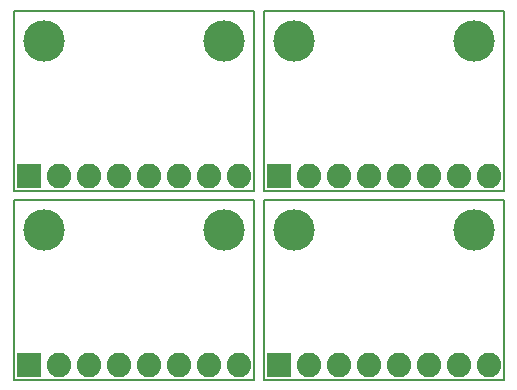
<source format=gbs>
G75*
%MOIN*%
%OFA0B0*%
%FSLAX24Y24*%
%IPPOS*%
%LPD*%
%AMOC8*
5,1,8,0,0,1.08239X$1,22.5*
%
%ADD10C,0.0080*%
%ADD11R,0.0820X0.0820*%
%ADD12C,0.0820*%
%ADD13C,0.0000*%
%ADD14C,0.1380*%
D10*
X000330Y000140D02*
X000330Y006140D01*
X008330Y006140D01*
X008330Y000140D01*
X000330Y000140D01*
X000330Y006439D02*
X000330Y012439D01*
X008330Y012439D01*
X008330Y006439D01*
X000330Y006439D01*
X008676Y006439D02*
X008676Y012439D01*
X016676Y012439D01*
X016676Y006439D01*
X008676Y006439D01*
X008676Y006140D02*
X008676Y000140D01*
X016676Y000140D01*
X016676Y006140D01*
X008676Y006140D01*
D11*
X009176Y006939D03*
X009176Y000640D03*
X000830Y000640D03*
X000830Y006939D03*
D12*
X001830Y006939D03*
X002830Y006939D03*
X003830Y006939D03*
X004830Y006939D03*
X005830Y006939D03*
X006830Y006939D03*
X007830Y006939D03*
X010176Y006939D03*
X011176Y006939D03*
X012176Y006939D03*
X013176Y006939D03*
X014176Y006939D03*
X015176Y006939D03*
X016176Y006939D03*
X016176Y000640D03*
X015176Y000640D03*
X014176Y000640D03*
X013176Y000640D03*
X012176Y000640D03*
X011176Y000640D03*
X010176Y000640D03*
X007830Y000640D03*
X006830Y000640D03*
X005830Y000640D03*
X004830Y000640D03*
X003830Y000640D03*
X002830Y000640D03*
X001830Y000640D03*
D13*
X000680Y005140D02*
X000682Y005190D01*
X000688Y005240D01*
X000698Y005290D01*
X000711Y005338D01*
X000728Y005386D01*
X000749Y005432D01*
X000773Y005476D01*
X000801Y005518D01*
X000832Y005558D01*
X000866Y005595D01*
X000903Y005630D01*
X000942Y005661D01*
X000983Y005690D01*
X001027Y005715D01*
X001073Y005737D01*
X001120Y005755D01*
X001168Y005769D01*
X001217Y005780D01*
X001267Y005787D01*
X001317Y005790D01*
X001368Y005789D01*
X001418Y005784D01*
X001468Y005775D01*
X001516Y005763D01*
X001564Y005746D01*
X001610Y005726D01*
X001655Y005703D01*
X001698Y005676D01*
X001738Y005646D01*
X001776Y005613D01*
X001811Y005577D01*
X001844Y005538D01*
X001873Y005497D01*
X001899Y005454D01*
X001922Y005409D01*
X001941Y005362D01*
X001956Y005314D01*
X001968Y005265D01*
X001976Y005215D01*
X001980Y005165D01*
X001980Y005115D01*
X001976Y005065D01*
X001968Y005015D01*
X001956Y004966D01*
X001941Y004918D01*
X001922Y004871D01*
X001899Y004826D01*
X001873Y004783D01*
X001844Y004742D01*
X001811Y004703D01*
X001776Y004667D01*
X001738Y004634D01*
X001698Y004604D01*
X001655Y004577D01*
X001610Y004554D01*
X001564Y004534D01*
X001516Y004517D01*
X001468Y004505D01*
X001418Y004496D01*
X001368Y004491D01*
X001317Y004490D01*
X001267Y004493D01*
X001217Y004500D01*
X001168Y004511D01*
X001120Y004525D01*
X001073Y004543D01*
X001027Y004565D01*
X000983Y004590D01*
X000942Y004619D01*
X000903Y004650D01*
X000866Y004685D01*
X000832Y004722D01*
X000801Y004762D01*
X000773Y004804D01*
X000749Y004848D01*
X000728Y004894D01*
X000711Y004942D01*
X000698Y004990D01*
X000688Y005040D01*
X000682Y005090D01*
X000680Y005140D01*
X006680Y005140D02*
X006682Y005190D01*
X006688Y005240D01*
X006698Y005290D01*
X006711Y005338D01*
X006728Y005386D01*
X006749Y005432D01*
X006773Y005476D01*
X006801Y005518D01*
X006832Y005558D01*
X006866Y005595D01*
X006903Y005630D01*
X006942Y005661D01*
X006983Y005690D01*
X007027Y005715D01*
X007073Y005737D01*
X007120Y005755D01*
X007168Y005769D01*
X007217Y005780D01*
X007267Y005787D01*
X007317Y005790D01*
X007368Y005789D01*
X007418Y005784D01*
X007468Y005775D01*
X007516Y005763D01*
X007564Y005746D01*
X007610Y005726D01*
X007655Y005703D01*
X007698Y005676D01*
X007738Y005646D01*
X007776Y005613D01*
X007811Y005577D01*
X007844Y005538D01*
X007873Y005497D01*
X007899Y005454D01*
X007922Y005409D01*
X007941Y005362D01*
X007956Y005314D01*
X007968Y005265D01*
X007976Y005215D01*
X007980Y005165D01*
X007980Y005115D01*
X007976Y005065D01*
X007968Y005015D01*
X007956Y004966D01*
X007941Y004918D01*
X007922Y004871D01*
X007899Y004826D01*
X007873Y004783D01*
X007844Y004742D01*
X007811Y004703D01*
X007776Y004667D01*
X007738Y004634D01*
X007698Y004604D01*
X007655Y004577D01*
X007610Y004554D01*
X007564Y004534D01*
X007516Y004517D01*
X007468Y004505D01*
X007418Y004496D01*
X007368Y004491D01*
X007317Y004490D01*
X007267Y004493D01*
X007217Y004500D01*
X007168Y004511D01*
X007120Y004525D01*
X007073Y004543D01*
X007027Y004565D01*
X006983Y004590D01*
X006942Y004619D01*
X006903Y004650D01*
X006866Y004685D01*
X006832Y004722D01*
X006801Y004762D01*
X006773Y004804D01*
X006749Y004848D01*
X006728Y004894D01*
X006711Y004942D01*
X006698Y004990D01*
X006688Y005040D01*
X006682Y005090D01*
X006680Y005140D01*
X009026Y005140D02*
X009028Y005190D01*
X009034Y005240D01*
X009044Y005290D01*
X009057Y005338D01*
X009074Y005386D01*
X009095Y005432D01*
X009119Y005476D01*
X009147Y005518D01*
X009178Y005558D01*
X009212Y005595D01*
X009249Y005630D01*
X009288Y005661D01*
X009329Y005690D01*
X009373Y005715D01*
X009419Y005737D01*
X009466Y005755D01*
X009514Y005769D01*
X009563Y005780D01*
X009613Y005787D01*
X009663Y005790D01*
X009714Y005789D01*
X009764Y005784D01*
X009814Y005775D01*
X009862Y005763D01*
X009910Y005746D01*
X009956Y005726D01*
X010001Y005703D01*
X010044Y005676D01*
X010084Y005646D01*
X010122Y005613D01*
X010157Y005577D01*
X010190Y005538D01*
X010219Y005497D01*
X010245Y005454D01*
X010268Y005409D01*
X010287Y005362D01*
X010302Y005314D01*
X010314Y005265D01*
X010322Y005215D01*
X010326Y005165D01*
X010326Y005115D01*
X010322Y005065D01*
X010314Y005015D01*
X010302Y004966D01*
X010287Y004918D01*
X010268Y004871D01*
X010245Y004826D01*
X010219Y004783D01*
X010190Y004742D01*
X010157Y004703D01*
X010122Y004667D01*
X010084Y004634D01*
X010044Y004604D01*
X010001Y004577D01*
X009956Y004554D01*
X009910Y004534D01*
X009862Y004517D01*
X009814Y004505D01*
X009764Y004496D01*
X009714Y004491D01*
X009663Y004490D01*
X009613Y004493D01*
X009563Y004500D01*
X009514Y004511D01*
X009466Y004525D01*
X009419Y004543D01*
X009373Y004565D01*
X009329Y004590D01*
X009288Y004619D01*
X009249Y004650D01*
X009212Y004685D01*
X009178Y004722D01*
X009147Y004762D01*
X009119Y004804D01*
X009095Y004848D01*
X009074Y004894D01*
X009057Y004942D01*
X009044Y004990D01*
X009034Y005040D01*
X009028Y005090D01*
X009026Y005140D01*
X015026Y005140D02*
X015028Y005190D01*
X015034Y005240D01*
X015044Y005290D01*
X015057Y005338D01*
X015074Y005386D01*
X015095Y005432D01*
X015119Y005476D01*
X015147Y005518D01*
X015178Y005558D01*
X015212Y005595D01*
X015249Y005630D01*
X015288Y005661D01*
X015329Y005690D01*
X015373Y005715D01*
X015419Y005737D01*
X015466Y005755D01*
X015514Y005769D01*
X015563Y005780D01*
X015613Y005787D01*
X015663Y005790D01*
X015714Y005789D01*
X015764Y005784D01*
X015814Y005775D01*
X015862Y005763D01*
X015910Y005746D01*
X015956Y005726D01*
X016001Y005703D01*
X016044Y005676D01*
X016084Y005646D01*
X016122Y005613D01*
X016157Y005577D01*
X016190Y005538D01*
X016219Y005497D01*
X016245Y005454D01*
X016268Y005409D01*
X016287Y005362D01*
X016302Y005314D01*
X016314Y005265D01*
X016322Y005215D01*
X016326Y005165D01*
X016326Y005115D01*
X016322Y005065D01*
X016314Y005015D01*
X016302Y004966D01*
X016287Y004918D01*
X016268Y004871D01*
X016245Y004826D01*
X016219Y004783D01*
X016190Y004742D01*
X016157Y004703D01*
X016122Y004667D01*
X016084Y004634D01*
X016044Y004604D01*
X016001Y004577D01*
X015956Y004554D01*
X015910Y004534D01*
X015862Y004517D01*
X015814Y004505D01*
X015764Y004496D01*
X015714Y004491D01*
X015663Y004490D01*
X015613Y004493D01*
X015563Y004500D01*
X015514Y004511D01*
X015466Y004525D01*
X015419Y004543D01*
X015373Y004565D01*
X015329Y004590D01*
X015288Y004619D01*
X015249Y004650D01*
X015212Y004685D01*
X015178Y004722D01*
X015147Y004762D01*
X015119Y004804D01*
X015095Y004848D01*
X015074Y004894D01*
X015057Y004942D01*
X015044Y004990D01*
X015034Y005040D01*
X015028Y005090D01*
X015026Y005140D01*
X015026Y011439D02*
X015028Y011489D01*
X015034Y011539D01*
X015044Y011589D01*
X015057Y011637D01*
X015074Y011685D01*
X015095Y011731D01*
X015119Y011775D01*
X015147Y011817D01*
X015178Y011857D01*
X015212Y011894D01*
X015249Y011929D01*
X015288Y011960D01*
X015329Y011989D01*
X015373Y012014D01*
X015419Y012036D01*
X015466Y012054D01*
X015514Y012068D01*
X015563Y012079D01*
X015613Y012086D01*
X015663Y012089D01*
X015714Y012088D01*
X015764Y012083D01*
X015814Y012074D01*
X015862Y012062D01*
X015910Y012045D01*
X015956Y012025D01*
X016001Y012002D01*
X016044Y011975D01*
X016084Y011945D01*
X016122Y011912D01*
X016157Y011876D01*
X016190Y011837D01*
X016219Y011796D01*
X016245Y011753D01*
X016268Y011708D01*
X016287Y011661D01*
X016302Y011613D01*
X016314Y011564D01*
X016322Y011514D01*
X016326Y011464D01*
X016326Y011414D01*
X016322Y011364D01*
X016314Y011314D01*
X016302Y011265D01*
X016287Y011217D01*
X016268Y011170D01*
X016245Y011125D01*
X016219Y011082D01*
X016190Y011041D01*
X016157Y011002D01*
X016122Y010966D01*
X016084Y010933D01*
X016044Y010903D01*
X016001Y010876D01*
X015956Y010853D01*
X015910Y010833D01*
X015862Y010816D01*
X015814Y010804D01*
X015764Y010795D01*
X015714Y010790D01*
X015663Y010789D01*
X015613Y010792D01*
X015563Y010799D01*
X015514Y010810D01*
X015466Y010824D01*
X015419Y010842D01*
X015373Y010864D01*
X015329Y010889D01*
X015288Y010918D01*
X015249Y010949D01*
X015212Y010984D01*
X015178Y011021D01*
X015147Y011061D01*
X015119Y011103D01*
X015095Y011147D01*
X015074Y011193D01*
X015057Y011241D01*
X015044Y011289D01*
X015034Y011339D01*
X015028Y011389D01*
X015026Y011439D01*
X009026Y011439D02*
X009028Y011489D01*
X009034Y011539D01*
X009044Y011589D01*
X009057Y011637D01*
X009074Y011685D01*
X009095Y011731D01*
X009119Y011775D01*
X009147Y011817D01*
X009178Y011857D01*
X009212Y011894D01*
X009249Y011929D01*
X009288Y011960D01*
X009329Y011989D01*
X009373Y012014D01*
X009419Y012036D01*
X009466Y012054D01*
X009514Y012068D01*
X009563Y012079D01*
X009613Y012086D01*
X009663Y012089D01*
X009714Y012088D01*
X009764Y012083D01*
X009814Y012074D01*
X009862Y012062D01*
X009910Y012045D01*
X009956Y012025D01*
X010001Y012002D01*
X010044Y011975D01*
X010084Y011945D01*
X010122Y011912D01*
X010157Y011876D01*
X010190Y011837D01*
X010219Y011796D01*
X010245Y011753D01*
X010268Y011708D01*
X010287Y011661D01*
X010302Y011613D01*
X010314Y011564D01*
X010322Y011514D01*
X010326Y011464D01*
X010326Y011414D01*
X010322Y011364D01*
X010314Y011314D01*
X010302Y011265D01*
X010287Y011217D01*
X010268Y011170D01*
X010245Y011125D01*
X010219Y011082D01*
X010190Y011041D01*
X010157Y011002D01*
X010122Y010966D01*
X010084Y010933D01*
X010044Y010903D01*
X010001Y010876D01*
X009956Y010853D01*
X009910Y010833D01*
X009862Y010816D01*
X009814Y010804D01*
X009764Y010795D01*
X009714Y010790D01*
X009663Y010789D01*
X009613Y010792D01*
X009563Y010799D01*
X009514Y010810D01*
X009466Y010824D01*
X009419Y010842D01*
X009373Y010864D01*
X009329Y010889D01*
X009288Y010918D01*
X009249Y010949D01*
X009212Y010984D01*
X009178Y011021D01*
X009147Y011061D01*
X009119Y011103D01*
X009095Y011147D01*
X009074Y011193D01*
X009057Y011241D01*
X009044Y011289D01*
X009034Y011339D01*
X009028Y011389D01*
X009026Y011439D01*
X006680Y011439D02*
X006682Y011489D01*
X006688Y011539D01*
X006698Y011589D01*
X006711Y011637D01*
X006728Y011685D01*
X006749Y011731D01*
X006773Y011775D01*
X006801Y011817D01*
X006832Y011857D01*
X006866Y011894D01*
X006903Y011929D01*
X006942Y011960D01*
X006983Y011989D01*
X007027Y012014D01*
X007073Y012036D01*
X007120Y012054D01*
X007168Y012068D01*
X007217Y012079D01*
X007267Y012086D01*
X007317Y012089D01*
X007368Y012088D01*
X007418Y012083D01*
X007468Y012074D01*
X007516Y012062D01*
X007564Y012045D01*
X007610Y012025D01*
X007655Y012002D01*
X007698Y011975D01*
X007738Y011945D01*
X007776Y011912D01*
X007811Y011876D01*
X007844Y011837D01*
X007873Y011796D01*
X007899Y011753D01*
X007922Y011708D01*
X007941Y011661D01*
X007956Y011613D01*
X007968Y011564D01*
X007976Y011514D01*
X007980Y011464D01*
X007980Y011414D01*
X007976Y011364D01*
X007968Y011314D01*
X007956Y011265D01*
X007941Y011217D01*
X007922Y011170D01*
X007899Y011125D01*
X007873Y011082D01*
X007844Y011041D01*
X007811Y011002D01*
X007776Y010966D01*
X007738Y010933D01*
X007698Y010903D01*
X007655Y010876D01*
X007610Y010853D01*
X007564Y010833D01*
X007516Y010816D01*
X007468Y010804D01*
X007418Y010795D01*
X007368Y010790D01*
X007317Y010789D01*
X007267Y010792D01*
X007217Y010799D01*
X007168Y010810D01*
X007120Y010824D01*
X007073Y010842D01*
X007027Y010864D01*
X006983Y010889D01*
X006942Y010918D01*
X006903Y010949D01*
X006866Y010984D01*
X006832Y011021D01*
X006801Y011061D01*
X006773Y011103D01*
X006749Y011147D01*
X006728Y011193D01*
X006711Y011241D01*
X006698Y011289D01*
X006688Y011339D01*
X006682Y011389D01*
X006680Y011439D01*
X000680Y011439D02*
X000682Y011489D01*
X000688Y011539D01*
X000698Y011589D01*
X000711Y011637D01*
X000728Y011685D01*
X000749Y011731D01*
X000773Y011775D01*
X000801Y011817D01*
X000832Y011857D01*
X000866Y011894D01*
X000903Y011929D01*
X000942Y011960D01*
X000983Y011989D01*
X001027Y012014D01*
X001073Y012036D01*
X001120Y012054D01*
X001168Y012068D01*
X001217Y012079D01*
X001267Y012086D01*
X001317Y012089D01*
X001368Y012088D01*
X001418Y012083D01*
X001468Y012074D01*
X001516Y012062D01*
X001564Y012045D01*
X001610Y012025D01*
X001655Y012002D01*
X001698Y011975D01*
X001738Y011945D01*
X001776Y011912D01*
X001811Y011876D01*
X001844Y011837D01*
X001873Y011796D01*
X001899Y011753D01*
X001922Y011708D01*
X001941Y011661D01*
X001956Y011613D01*
X001968Y011564D01*
X001976Y011514D01*
X001980Y011464D01*
X001980Y011414D01*
X001976Y011364D01*
X001968Y011314D01*
X001956Y011265D01*
X001941Y011217D01*
X001922Y011170D01*
X001899Y011125D01*
X001873Y011082D01*
X001844Y011041D01*
X001811Y011002D01*
X001776Y010966D01*
X001738Y010933D01*
X001698Y010903D01*
X001655Y010876D01*
X001610Y010853D01*
X001564Y010833D01*
X001516Y010816D01*
X001468Y010804D01*
X001418Y010795D01*
X001368Y010790D01*
X001317Y010789D01*
X001267Y010792D01*
X001217Y010799D01*
X001168Y010810D01*
X001120Y010824D01*
X001073Y010842D01*
X001027Y010864D01*
X000983Y010889D01*
X000942Y010918D01*
X000903Y010949D01*
X000866Y010984D01*
X000832Y011021D01*
X000801Y011061D01*
X000773Y011103D01*
X000749Y011147D01*
X000728Y011193D01*
X000711Y011241D01*
X000698Y011289D01*
X000688Y011339D01*
X000682Y011389D01*
X000680Y011439D01*
D14*
X001330Y011439D03*
X007330Y011439D03*
X009676Y011439D03*
X015676Y011439D03*
X015676Y005140D03*
X009676Y005140D03*
X007330Y005140D03*
X001330Y005140D03*
M02*

</source>
